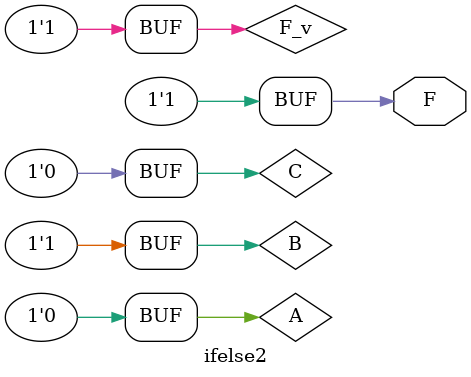
<source format=v>
`timescale 1ns / 1ps

module ifelse2(
    
    output wire F
    );
    //---testbench-----
 reg A,B,C;
 initial begin
#10
A=0; 
B=0; 
C=0;

#10
A=1; 
B=1; 
C=1;

#10
A=0; 
B=1; 
C=0;
 end
reg F_v;
always @(A,B,C) begin

    if (A==1'b0 && B==1'b0 && C==1'b0)
        F_v = 1'b1;
  
    else if (A==1'b0 && B==1'b1 && C==1'b0) 
        F_v = 1'b1;
    
    else if (A==1'b1 && B==1'b1 && C==1'b0) 
        F_v = 1'b1;
    else if (A==1'b0 && B==1'b0 && C==1'b1) 
        F_v = 1'b0;
    else 
        F_v = 1'b0;
    end 
    assign F = F_v;
endmodule

</source>
